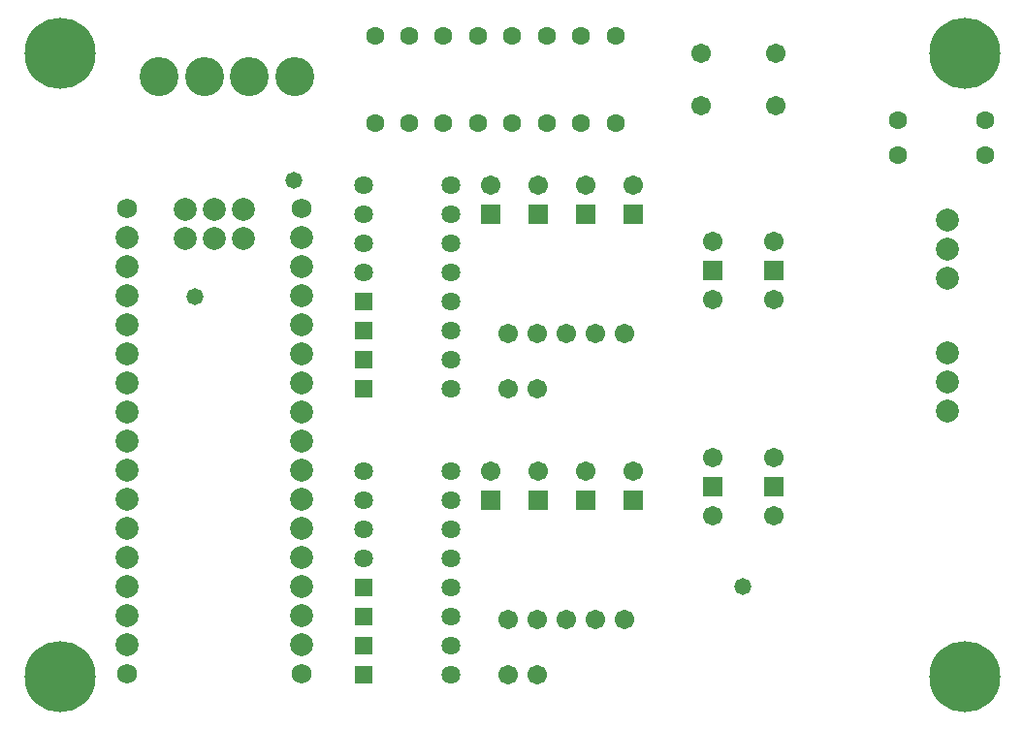
<source format=gbr>
%TF.GenerationSoftware,Altium Limited,Altium Designer,21.8.1 (53)*%
G04 Layer_Color=8388736*
%FSLAX43Y43*%
%MOMM*%
%TF.SameCoordinates,34F7A64E-A76D-4A2E-B03E-92C6081B7B14*%
%TF.FilePolarity,Negative*%
%TF.FileFunction,Soldermask,Top*%
%TF.Part,Single*%
G01*
G75*
%TA.AperFunction,ComponentPad*%
%ADD25C,1.603*%
%ADD26C,2.003*%
%ADD27C,1.727*%
%ADD28C,3.403*%
%ADD29C,1.703*%
%ADD30R,1.703X1.703*%
%ADD31C,1.628*%
%ADD32R,1.628X1.628*%
%TA.AperFunction,ViaPad*%
%ADD33C,6.203*%
%ADD34C,1.473*%
D25*
X77690Y53600D02*
D03*
X85310D02*
D03*
X77690Y50600D02*
D03*
X85310D02*
D03*
X32000Y61000D02*
D03*
Y53380D02*
D03*
X35000D02*
D03*
Y61000D02*
D03*
X38000Y53380D02*
D03*
Y61000D02*
D03*
X41000Y53380D02*
D03*
Y61000D02*
D03*
X44000Y53380D02*
D03*
Y61000D02*
D03*
X47000Y53380D02*
D03*
Y61000D02*
D03*
X50000Y53380D02*
D03*
Y61000D02*
D03*
X53000Y53380D02*
D03*
Y61000D02*
D03*
D26*
X20550Y43270D02*
D03*
X18010D02*
D03*
X15470D02*
D03*
X20550Y45810D02*
D03*
X18010D02*
D03*
X15470D02*
D03*
X25620Y43370D02*
D03*
Y40830D02*
D03*
Y38290D02*
D03*
Y35750D02*
D03*
Y33210D02*
D03*
Y30670D02*
D03*
Y28130D02*
D03*
Y25590D02*
D03*
Y23050D02*
D03*
Y20510D02*
D03*
Y17970D02*
D03*
Y15430D02*
D03*
Y12890D02*
D03*
Y10350D02*
D03*
Y7810D02*
D03*
X10380D02*
D03*
Y10350D02*
D03*
Y12890D02*
D03*
Y15430D02*
D03*
Y17970D02*
D03*
Y20510D02*
D03*
Y23050D02*
D03*
Y25590D02*
D03*
Y28130D02*
D03*
Y30670D02*
D03*
Y33210D02*
D03*
Y35750D02*
D03*
Y38290D02*
D03*
Y40830D02*
D03*
Y43370D02*
D03*
X82000Y39850D02*
D03*
Y42390D02*
D03*
Y44930D02*
D03*
Y28210D02*
D03*
Y30750D02*
D03*
Y33290D02*
D03*
D27*
X25620Y45910D02*
D03*
X10380D02*
D03*
X25620Y5270D02*
D03*
X10380D02*
D03*
D28*
X13144Y57474D02*
D03*
X17104D02*
D03*
X21064D02*
D03*
X25024D02*
D03*
D29*
X53760Y10030D02*
D03*
X51220D02*
D03*
X48680D02*
D03*
X46140D02*
D03*
X43600D02*
D03*
X53760Y35030D02*
D03*
X51220D02*
D03*
X48680D02*
D03*
X46140D02*
D03*
X43600D02*
D03*
X66830Y24210D02*
D03*
Y19130D02*
D03*
X61530Y24210D02*
D03*
Y19130D02*
D03*
X66830Y43070D02*
D03*
Y37990D02*
D03*
X61530Y43070D02*
D03*
Y37990D02*
D03*
X46250Y23000D02*
D03*
X54550D02*
D03*
Y48000D02*
D03*
X50400Y23000D02*
D03*
Y48000D02*
D03*
X46250D02*
D03*
X42100Y23000D02*
D03*
Y48000D02*
D03*
X43600Y30220D02*
D03*
X46140D02*
D03*
X43600Y5220D02*
D03*
X46140D02*
D03*
X60507Y59440D02*
D03*
X67007D02*
D03*
X60507Y54940D02*
D03*
X67007D02*
D03*
D30*
X66830Y21670D02*
D03*
X61530D02*
D03*
X66830Y40530D02*
D03*
X61530D02*
D03*
X46250Y20460D02*
D03*
X54550D02*
D03*
Y45460D02*
D03*
X50400Y20460D02*
D03*
Y45460D02*
D03*
X46250D02*
D03*
X42100Y20460D02*
D03*
Y45460D02*
D03*
D31*
X31000Y48000D02*
D03*
Y45460D02*
D03*
Y42920D02*
D03*
Y40380D02*
D03*
X38620Y30220D02*
D03*
Y32760D02*
D03*
Y35300D02*
D03*
Y37840D02*
D03*
Y40380D02*
D03*
Y42920D02*
D03*
Y45460D02*
D03*
Y48000D02*
D03*
X31000Y23000D02*
D03*
Y20460D02*
D03*
Y17920D02*
D03*
Y15380D02*
D03*
X38620Y5220D02*
D03*
Y7760D02*
D03*
Y10300D02*
D03*
Y12840D02*
D03*
Y15380D02*
D03*
Y17920D02*
D03*
Y20460D02*
D03*
Y23000D02*
D03*
D32*
X31000Y37840D02*
D03*
Y35300D02*
D03*
Y32760D02*
D03*
Y30220D02*
D03*
Y12840D02*
D03*
Y10300D02*
D03*
Y7760D02*
D03*
Y5220D02*
D03*
D33*
X83500Y5000D02*
D03*
Y59500D02*
D03*
X4500D02*
D03*
Y5000D02*
D03*
D34*
X64100Y12900D02*
D03*
X16256Y38227D02*
D03*
X24892Y48387D02*
D03*
%TF.MD5,c66d17e6a74aadf3c760268ab02b0a2a*%
M02*

</source>
